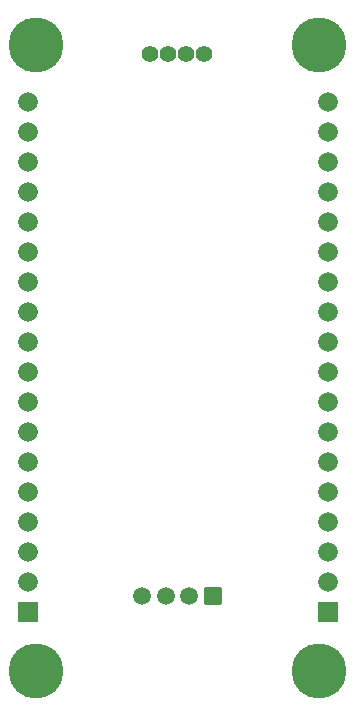
<source format=gbr>
%TF.GenerationSoftware,KiCad,Pcbnew,9.0.4*%
%TF.CreationDate,2025-10-18T11:14:00+02:00*%
%TF.ProjectId,versie_2,76657273-6965-45f3-922e-6b696361645f,rev?*%
%TF.SameCoordinates,Original*%
%TF.FileFunction,Soldermask,Bot*%
%TF.FilePolarity,Negative*%
%FSLAX46Y46*%
G04 Gerber Fmt 4.6, Leading zero omitted, Abs format (unit mm)*
G04 Created by KiCad (PCBNEW 9.0.4) date 2025-10-18 11:14:00*
%MOMM*%
%LPD*%
G01*
G04 APERTURE LIST*
G04 Aperture macros list*
%AMRoundRect*
0 Rectangle with rounded corners*
0 $1 Rounding radius*
0 $2 $3 $4 $5 $6 $7 $8 $9 X,Y pos of 4 corners*
0 Add a 4 corners polygon primitive as box body*
4,1,4,$2,$3,$4,$5,$6,$7,$8,$9,$2,$3,0*
0 Add four circle primitives for the rounded corners*
1,1,$1+$1,$2,$3*
1,1,$1+$1,$4,$5*
1,1,$1+$1,$6,$7*
1,1,$1+$1,$8,$9*
0 Add four rect primitives between the rounded corners*
20,1,$1+$1,$2,$3,$4,$5,0*
20,1,$1+$1,$4,$5,$6,$7,0*
20,1,$1+$1,$6,$7,$8,$9,0*
20,1,$1+$1,$8,$9,$2,$3,0*%
G04 Aperture macros list end*
%ADD10RoundRect,0.102000X0.654000X0.654000X-0.654000X0.654000X-0.654000X-0.654000X0.654000X-0.654000X0*%
%ADD11C,1.512000*%
%ADD12R,1.665000X1.665000*%
%ADD13C,1.665000*%
%ADD14C,4.650000*%
%ADD15C,1.412000*%
G04 APERTURE END LIST*
D10*
%TO.C,J2*%
X205000000Y-101050000D03*
D11*
X203000000Y-101050000D03*
X201000000Y-101050000D03*
X199000000Y-101050000D03*
%TD*%
D12*
%TO.C,U1*%
X214700000Y-102400000D03*
D13*
X214700000Y-99860000D03*
X214700000Y-97320000D03*
X214700000Y-94780000D03*
X214700000Y-92240000D03*
X214700000Y-89700000D03*
X214700000Y-87160000D03*
X214700000Y-84620000D03*
X214700000Y-82080000D03*
X214700000Y-79540000D03*
X214700000Y-77000000D03*
X214700000Y-74460000D03*
X214700000Y-71920000D03*
X214700000Y-69380000D03*
X214700000Y-66840000D03*
X214700000Y-64300000D03*
X214700000Y-61760000D03*
X214700000Y-59220000D03*
D12*
X189300000Y-102400000D03*
D13*
X189300000Y-99860000D03*
X189300000Y-97320000D03*
X189300000Y-94780000D03*
X189300000Y-92240000D03*
X189300000Y-89700000D03*
X189300000Y-87160000D03*
X189300000Y-84620000D03*
X189300000Y-82080000D03*
X189300000Y-79540000D03*
X189300000Y-77000000D03*
X189300000Y-74460000D03*
X189300000Y-71920000D03*
X189300000Y-69380000D03*
X189300000Y-66840000D03*
X189300000Y-64300000D03*
X189300000Y-61760000D03*
X189300000Y-59220000D03*
D14*
X190000000Y-54323000D03*
X214000000Y-54323000D03*
X214000000Y-107323000D03*
X190000000Y-107323000D03*
%TD*%
D15*
%TO.C,J3*%
X204200000Y-55100000D03*
X202700000Y-55100000D03*
X201200000Y-55100000D03*
X199700000Y-55100000D03*
%TD*%
M02*

</source>
